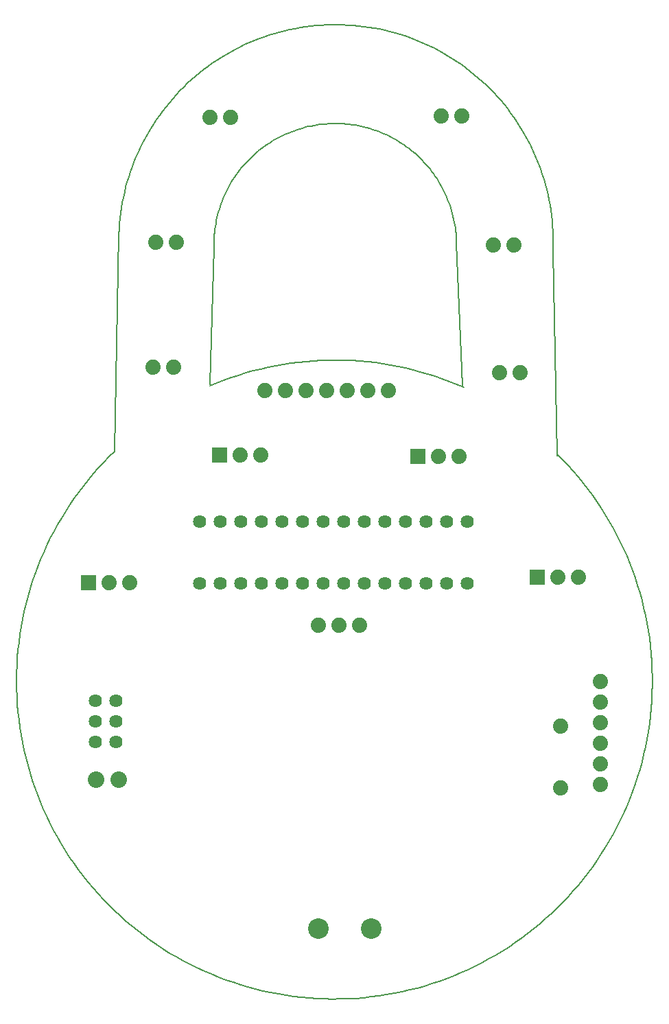
<source format=gbl>
G75*
%MOIN*%
%OFA0B0*%
%FSLAX25Y25*%
%IPPOS*%
%LPD*%
%AMOC8*
5,1,8,0,0,1.08239X$1,22.5*
%
%ADD10C,0.00600*%
%ADD11C,0.08000*%
%ADD12C,0.07400*%
%ADD13C,0.06400*%
%ADD14C,0.10000*%
%ADD15R,0.07400X0.07400*%
D10*
X0048968Y0275146D02*
X0046271Y0272502D01*
X0043641Y0269793D01*
X0041077Y0267020D01*
X0038582Y0264186D01*
X0036156Y0261292D01*
X0033803Y0258339D01*
X0031522Y0255329D01*
X0029315Y0252265D01*
X0027184Y0249147D01*
X0025130Y0245979D01*
X0023154Y0242761D01*
X0021257Y0239495D01*
X0019441Y0236185D01*
X0017706Y0232831D01*
X0016054Y0229435D01*
X0014485Y0226000D01*
X0013001Y0222528D01*
X0011602Y0219021D01*
X0010289Y0215480D01*
X0009063Y0211908D01*
X0007925Y0208308D01*
X0006875Y0204681D01*
X0005914Y0201029D01*
X0005043Y0197354D01*
X0004261Y0193660D01*
X0003571Y0189947D01*
X0002971Y0186219D01*
X0002463Y0182477D01*
X0002046Y0178724D01*
X0001721Y0174962D01*
X0001489Y0171193D01*
X0001348Y0167419D01*
X0001300Y0163644D01*
X0001344Y0159868D01*
X0001481Y0156094D01*
X0001709Y0152325D01*
X0002030Y0148562D01*
X0002443Y0144809D01*
X0002947Y0141066D01*
X0003543Y0137337D01*
X0004229Y0133624D01*
X0005007Y0129929D01*
X0005874Y0126254D01*
X0006831Y0122601D01*
X0007877Y0118972D01*
X0009011Y0115370D01*
X0010233Y0111797D01*
X0011542Y0108255D01*
X0012938Y0104747D01*
X0014418Y0101273D01*
X0015984Y0097836D01*
X0017632Y0094439D01*
X0019364Y0091083D01*
X0021176Y0087770D01*
X0023070Y0084503D01*
X0025042Y0081283D01*
X0027093Y0078112D01*
X0029221Y0074993D01*
X0031424Y0071926D01*
X0033701Y0068914D01*
X0036052Y0065958D01*
X0038474Y0063061D01*
X0040966Y0060224D01*
X0043527Y0057449D01*
X0046155Y0054737D01*
X0048848Y0052091D01*
X0051606Y0049511D01*
X0054425Y0046999D01*
X0057306Y0044557D01*
X0060245Y0042186D01*
X0063241Y0039887D01*
X0066292Y0037663D01*
X0069397Y0035513D01*
X0072553Y0033441D01*
X0075760Y0031446D01*
X0079014Y0029530D01*
X0082314Y0027694D01*
X0085657Y0025940D01*
X0089043Y0024267D01*
X0092469Y0022678D01*
X0095932Y0021174D01*
X0099431Y0019754D01*
X0102964Y0018420D01*
X0106529Y0017173D01*
X0110122Y0016014D01*
X0113743Y0014943D01*
X0117390Y0013961D01*
X0121059Y0013068D01*
X0124749Y0012265D01*
X0128457Y0011552D01*
X0132182Y0010931D01*
X0135920Y0010401D01*
X0139671Y0009962D01*
X0143431Y0009615D01*
X0147199Y0009360D01*
X0150972Y0009198D01*
X0154747Y0009127D01*
X0158523Y0009149D01*
X0162298Y0009263D01*
X0166068Y0009470D01*
X0169832Y0009769D01*
X0173588Y0010159D01*
X0177334Y0010642D01*
X0181066Y0011215D01*
X0184783Y0011880D01*
X0188483Y0012636D01*
X0192163Y0013481D01*
X0195822Y0014417D01*
X0199456Y0015441D01*
X0203065Y0016555D01*
X0206645Y0017756D01*
X0210194Y0019044D01*
X0213711Y0020419D01*
X0217194Y0021879D01*
X0220640Y0023424D01*
X0224046Y0025052D01*
X0227412Y0026764D01*
X0230736Y0028557D01*
X0234014Y0030431D01*
X0237246Y0032385D01*
X0240428Y0034417D01*
X0243561Y0036526D01*
X0246640Y0038712D01*
X0249666Y0040971D01*
X0252635Y0043305D01*
X0255546Y0045710D01*
X0258398Y0048185D01*
X0261188Y0050730D01*
X0263915Y0053342D01*
X0266577Y0056019D01*
X0269174Y0058761D01*
X0271702Y0061566D01*
X0274161Y0064432D01*
X0276549Y0067357D01*
X0278865Y0070340D01*
X0281108Y0073378D01*
X0283275Y0076470D01*
X0285366Y0079614D01*
X0287380Y0082809D01*
X0289315Y0086052D01*
X0291170Y0089341D01*
X0292944Y0092674D01*
X0294636Y0096050D01*
X0296245Y0099466D01*
X0297771Y0102921D01*
X0299211Y0106411D01*
X0300565Y0109936D01*
X0301833Y0113493D01*
X0303013Y0117080D01*
X0304106Y0120695D01*
X0305109Y0124335D01*
X0306024Y0127999D01*
X0306848Y0131684D01*
X0307583Y0135388D01*
X0308226Y0139109D01*
X0308778Y0142845D01*
X0309239Y0146593D01*
X0309608Y0150351D01*
X0309885Y0154117D01*
X0310070Y0157889D01*
X0310162Y0161664D01*
X0310163Y0165440D01*
X0310070Y0169215D01*
X0309886Y0172987D01*
X0309610Y0176753D01*
X0309241Y0180511D01*
X0308781Y0184259D01*
X0308229Y0187995D01*
X0307586Y0191716D01*
X0306852Y0195420D01*
X0306028Y0199105D01*
X0305114Y0202769D01*
X0304111Y0206409D01*
X0303019Y0210024D01*
X0301839Y0213611D01*
X0300572Y0217168D01*
X0299218Y0220693D01*
X0297778Y0224184D01*
X0296253Y0227639D01*
X0294644Y0231056D01*
X0292953Y0234432D01*
X0291179Y0237765D01*
X0289324Y0241055D01*
X0287390Y0244297D01*
X0285376Y0247492D01*
X0283285Y0250637D01*
X0281118Y0253729D01*
X0278876Y0256768D01*
X0276561Y0259751D01*
X0274173Y0262676D01*
X0271714Y0265542D01*
X0269186Y0268347D01*
X0266590Y0271089D01*
X0263928Y0273768D01*
X0263928Y0273079D02*
X0261862Y0372291D01*
X0215011Y0376425D02*
X0217767Y0306839D01*
X0215012Y0376425D02*
X0214969Y0377860D01*
X0214892Y0379292D01*
X0214779Y0380723D01*
X0214632Y0382150D01*
X0214450Y0383573D01*
X0214234Y0384992D01*
X0213983Y0386404D01*
X0213697Y0387810D01*
X0213378Y0389209D01*
X0213024Y0390600D01*
X0212637Y0391981D01*
X0212217Y0393353D01*
X0211763Y0394714D01*
X0211276Y0396064D01*
X0210756Y0397401D01*
X0210204Y0398725D01*
X0209619Y0400036D01*
X0209003Y0401332D01*
X0208356Y0402612D01*
X0207678Y0403876D01*
X0206969Y0405124D01*
X0206230Y0406354D01*
X0205461Y0407565D01*
X0204663Y0408757D01*
X0203836Y0409930D01*
X0202981Y0411082D01*
X0202098Y0412213D01*
X0201188Y0413322D01*
X0200251Y0414409D01*
X0199287Y0415472D01*
X0198299Y0416512D01*
X0197285Y0417527D01*
X0196246Y0418517D01*
X0195184Y0419482D01*
X0194099Y0420421D01*
X0192991Y0421333D01*
X0191862Y0422217D01*
X0190711Y0423074D01*
X0189540Y0423903D01*
X0188348Y0424702D01*
X0187138Y0425473D01*
X0185909Y0426214D01*
X0184663Y0426925D01*
X0183400Y0427605D01*
X0182120Y0428254D01*
X0180825Y0428872D01*
X0179516Y0429458D01*
X0178192Y0430012D01*
X0176855Y0430534D01*
X0175507Y0431023D01*
X0174146Y0431479D01*
X0172775Y0431901D01*
X0171394Y0432290D01*
X0170004Y0432646D01*
X0168606Y0432967D01*
X0167200Y0433255D01*
X0165788Y0433508D01*
X0164370Y0433726D01*
X0162947Y0433910D01*
X0161520Y0434060D01*
X0160089Y0434174D01*
X0158657Y0434254D01*
X0157223Y0434298D01*
X0155788Y0434308D01*
X0154353Y0434283D01*
X0152920Y0434223D01*
X0151488Y0434128D01*
X0150059Y0433998D01*
X0148634Y0433834D01*
X0147213Y0433634D01*
X0145797Y0433401D01*
X0144388Y0433132D01*
X0142985Y0432830D01*
X0141591Y0432493D01*
X0140204Y0432123D01*
X0138828Y0431719D01*
X0137461Y0431282D01*
X0136106Y0430811D01*
X0134762Y0430308D01*
X0133431Y0429772D01*
X0132114Y0429203D01*
X0130810Y0428603D01*
X0129522Y0427972D01*
X0128250Y0427309D01*
X0126994Y0426615D01*
X0125755Y0425891D01*
X0124534Y0425137D01*
X0123332Y0424354D01*
X0122150Y0423541D01*
X0120987Y0422700D01*
X0119846Y0421831D01*
X0118726Y0420934D01*
X0117628Y0420010D01*
X0116553Y0419060D01*
X0115501Y0418084D01*
X0114474Y0417083D01*
X0113471Y0416057D01*
X0112493Y0415006D01*
X0111541Y0413933D01*
X0110616Y0412836D01*
X0109718Y0411717D01*
X0108847Y0410577D01*
X0108004Y0409416D01*
X0107190Y0408234D01*
X0106405Y0407034D01*
X0105649Y0405814D01*
X0104923Y0404576D01*
X0104228Y0403321D01*
X0103563Y0402050D01*
X0102929Y0400762D01*
X0102327Y0399460D01*
X0101757Y0398143D01*
X0101219Y0396813D01*
X0100714Y0395470D01*
X0100241Y0394116D01*
X0099802Y0392750D01*
X0099396Y0391374D01*
X0099024Y0389988D01*
X0098685Y0388594D01*
X0098381Y0387192D01*
X0098110Y0385782D01*
X0097875Y0384367D01*
X0097673Y0382947D01*
X0097507Y0381522D01*
X0097375Y0380093D01*
X0097278Y0378661D01*
X0097216Y0377228D01*
X0097188Y0375793D01*
X0097196Y0374359D01*
X0097196Y0374358D02*
X0095129Y0307528D01*
X0048968Y0275146D02*
X0051035Y0380559D01*
X0051034Y0380559D02*
X0051158Y0383137D01*
X0051345Y0385710D01*
X0051595Y0388279D01*
X0051907Y0390840D01*
X0052282Y0393393D01*
X0052719Y0395936D01*
X0053218Y0398468D01*
X0053779Y0400987D01*
X0054402Y0403491D01*
X0055085Y0405979D01*
X0055830Y0408450D01*
X0056634Y0410902D01*
X0057498Y0413333D01*
X0058422Y0415743D01*
X0059404Y0418129D01*
X0060444Y0420491D01*
X0061541Y0422826D01*
X0062695Y0425134D01*
X0063906Y0427413D01*
X0065171Y0429662D01*
X0066492Y0431879D01*
X0067866Y0434063D01*
X0069293Y0436213D01*
X0070772Y0438328D01*
X0072303Y0440405D01*
X0073884Y0442445D01*
X0075514Y0444445D01*
X0077193Y0446405D01*
X0078919Y0448323D01*
X0080692Y0450198D01*
X0082510Y0452029D01*
X0084372Y0453816D01*
X0086277Y0455556D01*
X0088224Y0457249D01*
X0090212Y0458894D01*
X0092240Y0460490D01*
X0094306Y0462036D01*
X0096410Y0463531D01*
X0098549Y0464974D01*
X0100723Y0466364D01*
X0102930Y0467701D01*
X0105169Y0468983D01*
X0107439Y0470211D01*
X0109739Y0471382D01*
X0112066Y0472497D01*
X0114420Y0473554D01*
X0116799Y0474554D01*
X0119202Y0475495D01*
X0121627Y0476377D01*
X0124072Y0477199D01*
X0126538Y0477962D01*
X0129021Y0478664D01*
X0131520Y0479305D01*
X0134035Y0479884D01*
X0136563Y0480402D01*
X0139103Y0480859D01*
X0141653Y0481252D01*
X0144212Y0481584D01*
X0146779Y0481852D01*
X0149351Y0482058D01*
X0151927Y0482201D01*
X0154507Y0482281D01*
X0157087Y0482297D01*
X0159667Y0482251D01*
X0162245Y0482141D01*
X0164820Y0481969D01*
X0167390Y0481733D01*
X0169953Y0481435D01*
X0172508Y0481074D01*
X0175053Y0480651D01*
X0177588Y0480166D01*
X0180110Y0479619D01*
X0182617Y0479010D01*
X0185109Y0478340D01*
X0187584Y0477610D01*
X0190040Y0476819D01*
X0192477Y0475968D01*
X0194891Y0475058D01*
X0197283Y0474089D01*
X0199650Y0473062D01*
X0201992Y0471978D01*
X0204306Y0470836D01*
X0206592Y0469638D01*
X0208847Y0468385D01*
X0211072Y0467077D01*
X0213263Y0465715D01*
X0215421Y0464300D01*
X0217544Y0462832D01*
X0219630Y0461313D01*
X0221678Y0459743D01*
X0223687Y0458124D01*
X0225656Y0456456D01*
X0227584Y0454740D01*
X0229469Y0452978D01*
X0231310Y0451170D01*
X0233107Y0449318D01*
X0234857Y0447423D01*
X0236561Y0445485D01*
X0238217Y0443506D01*
X0239825Y0441487D01*
X0241382Y0439429D01*
X0242888Y0437334D01*
X0244343Y0435203D01*
X0245745Y0433037D01*
X0247094Y0430837D01*
X0248389Y0428605D01*
X0249629Y0426341D01*
X0250813Y0424049D01*
X0251940Y0421727D01*
X0253011Y0419380D01*
X0254023Y0417006D01*
X0254978Y0414609D01*
X0255873Y0412188D01*
X0256709Y0409747D01*
X0257485Y0407286D01*
X0258201Y0404807D01*
X0258856Y0402311D01*
X0259449Y0399800D01*
X0259981Y0397275D01*
X0260451Y0394737D01*
X0260859Y0392189D01*
X0261204Y0389632D01*
X0261487Y0387067D01*
X0261707Y0384496D01*
X0261864Y0381920D01*
X0261958Y0379342D01*
X0261989Y0376761D01*
X0261957Y0374181D01*
X0261861Y0371602D01*
X0218456Y0306150D02*
X0215028Y0307628D01*
X0211566Y0309022D01*
X0208070Y0310332D01*
X0204544Y0311556D01*
X0200989Y0312694D01*
X0197407Y0313745D01*
X0193801Y0314709D01*
X0190172Y0315584D01*
X0186523Y0316371D01*
X0182856Y0317069D01*
X0179173Y0317678D01*
X0175477Y0318196D01*
X0171769Y0318625D01*
X0168051Y0318964D01*
X0164327Y0319211D01*
X0160597Y0319368D01*
X0156865Y0319435D01*
X0153132Y0319410D01*
X0149401Y0319295D01*
X0145674Y0319089D01*
X0141953Y0318792D01*
X0138240Y0318405D01*
X0134538Y0317927D01*
X0130849Y0317360D01*
X0127174Y0316703D01*
X0123517Y0315956D01*
X0119879Y0315121D01*
X0116262Y0314198D01*
X0112669Y0313187D01*
X0109101Y0312089D01*
X0105561Y0310904D01*
X0102051Y0309634D01*
X0098573Y0308279D01*
X0095129Y0306839D01*
D11*
X0039787Y0115657D03*
X0050787Y0115657D03*
D12*
X0046369Y0211209D03*
X0056369Y0211209D03*
X0109795Y0273217D03*
X0119795Y0273217D03*
X0121960Y0304594D03*
X0131960Y0304594D03*
X0141960Y0304594D03*
X0151960Y0304594D03*
X0161960Y0304594D03*
X0171960Y0304594D03*
X0181960Y0304594D03*
X0206291Y0272528D03*
X0216291Y0272528D03*
X0236054Y0313177D03*
X0246054Y0313177D03*
X0242806Y0375185D03*
X0232806Y0375185D03*
X0217511Y0437882D03*
X0207511Y0437882D03*
X0105405Y0437193D03*
X0095405Y0437193D03*
X0078928Y0376701D03*
X0068928Y0376701D03*
X0067747Y0316071D03*
X0077747Y0316071D03*
X0148003Y0190539D03*
X0158003Y0190539D03*
X0168003Y0190539D03*
X0264204Y0213965D03*
X0274204Y0213965D03*
X0284972Y0163335D03*
X0284972Y0153335D03*
X0284972Y0143335D03*
X0284972Y0133335D03*
X0284972Y0123335D03*
X0284972Y0113335D03*
X0265641Y0111661D03*
X0265641Y0141661D03*
D13*
X0220287Y0210953D03*
X0210287Y0210953D03*
X0200287Y0210953D03*
X0190287Y0210953D03*
X0180287Y0210953D03*
X0170287Y0210953D03*
X0160287Y0210953D03*
X0150287Y0210953D03*
X0140287Y0210953D03*
X0130287Y0210953D03*
X0120287Y0210953D03*
X0110287Y0210953D03*
X0100287Y0210953D03*
X0090287Y0210953D03*
X0090287Y0240953D03*
X0100287Y0240953D03*
X0110287Y0240953D03*
X0120287Y0240953D03*
X0130287Y0240953D03*
X0140287Y0240953D03*
X0150287Y0240953D03*
X0160287Y0240953D03*
X0170287Y0240953D03*
X0180287Y0240953D03*
X0190287Y0240953D03*
X0200287Y0240953D03*
X0210287Y0240953D03*
X0220287Y0240953D03*
X0049598Y0153827D03*
X0049598Y0143827D03*
X0049598Y0133827D03*
X0039598Y0133827D03*
X0039598Y0143827D03*
X0039598Y0153827D03*
D14*
X0148062Y0043295D03*
X0173653Y0043295D03*
D15*
X0254204Y0213965D03*
X0196291Y0272528D03*
X0099795Y0273217D03*
X0036369Y0211209D03*
M02*

</source>
